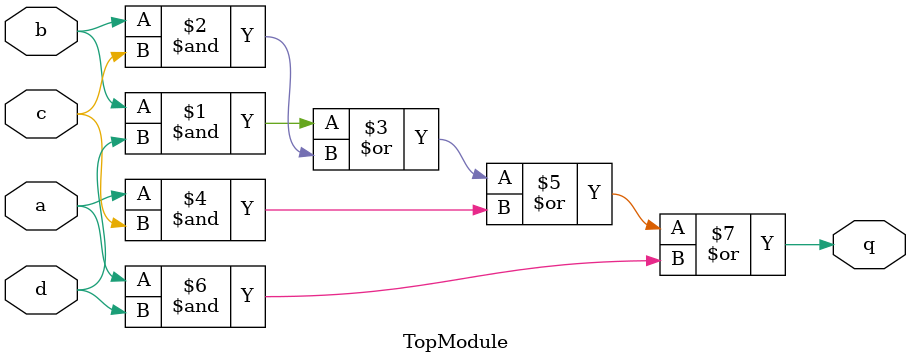
<source format=sv>
module TopModule (
    input logic a,
    input logic b,
    input logic c,
    input logic d,
    output logic q
);
    assign q = (b & d) | (b & c) | (a & c) | (a & d);
endmodule
</source>
